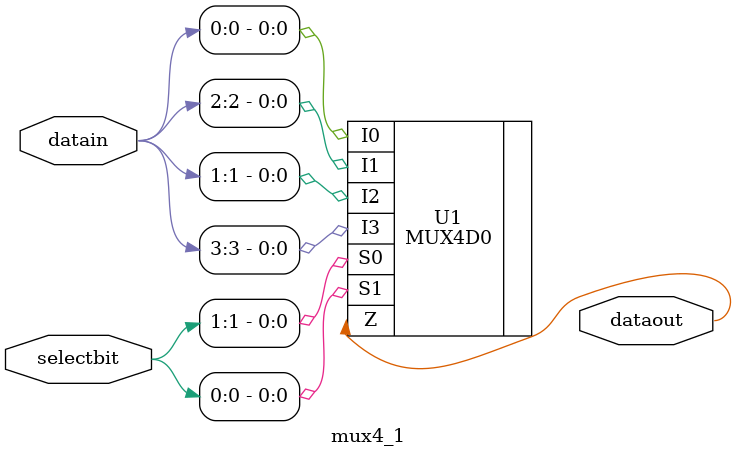
<source format=v>
module mux4_1 ( datain, selectbit, dataout );
	input [3:0] datain;
	input [1:0] selectbit;
	output dataout;
	
	MUX4D0 U1 ( .I0(datain[0]), .I1(datain[2]), .I2(datain[1]), .I3(datain[3]), .S0(selectbit[1]), .S1(selectbit[0]), .Z(dataout) );
endmodule
</source>
